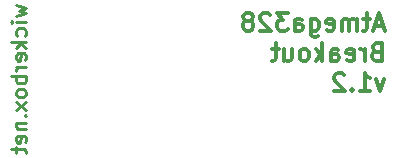
<source format=gbo>
%TF.GenerationSoftware,KiCad,Pcbnew,4.0.4+e1-6308~48~ubuntu16.04.1-stable*%
%TF.CreationDate,2016-12-31T15:20:46-08:00*%
%TF.ProjectId,atmega328,61746D6567613332382E6B696361645F,1.2*%
%TF.FileFunction,Legend,Bot*%
%FSLAX46Y46*%
G04 Gerber Fmt 4.6, Leading zero omitted, Abs format (unit mm)*
G04 Created by KiCad (PCBNEW 4.0.4+e1-6308~48~ubuntu16.04.1-stable) date Sat Dec 31 15:20:46 2016*
%MOMM*%
%LPD*%
G01*
G04 APERTURE LIST*
%ADD10C,0.350000*%
%ADD11C,0.254000*%
%ADD12C,0.300000*%
G04 APERTURE END LIST*
D10*
D11*
X106979357Y-88703454D02*
X107826024Y-88945358D01*
X107221262Y-89187263D01*
X107826024Y-89429168D01*
X106979357Y-89671073D01*
X107826024Y-90154882D02*
X106979357Y-90154882D01*
X106556024Y-90154882D02*
X106616500Y-90094406D01*
X106676976Y-90154882D01*
X106616500Y-90215358D01*
X106556024Y-90154882D01*
X106676976Y-90154882D01*
X107765548Y-91303930D02*
X107826024Y-91182977D01*
X107826024Y-90941073D01*
X107765548Y-90820120D01*
X107705071Y-90759644D01*
X107584119Y-90699168D01*
X107221262Y-90699168D01*
X107100310Y-90759644D01*
X107039833Y-90820120D01*
X106979357Y-90941073D01*
X106979357Y-91182977D01*
X107039833Y-91303930D01*
X107826024Y-91848215D02*
X106556024Y-91848215D01*
X107342214Y-91969167D02*
X107826024Y-92332024D01*
X106979357Y-92332024D02*
X107463167Y-91848215D01*
X107765548Y-93360119D02*
X107826024Y-93239167D01*
X107826024Y-92997262D01*
X107765548Y-92876310D01*
X107644595Y-92815834D01*
X107160786Y-92815834D01*
X107039833Y-92876310D01*
X106979357Y-92997262D01*
X106979357Y-93239167D01*
X107039833Y-93360119D01*
X107160786Y-93420596D01*
X107281738Y-93420596D01*
X107402690Y-92815834D01*
X107826024Y-93964881D02*
X106979357Y-93964881D01*
X107221262Y-93964881D02*
X107100310Y-94025357D01*
X107039833Y-94085833D01*
X106979357Y-94206786D01*
X106979357Y-94327738D01*
X107826024Y-94751071D02*
X106556024Y-94751071D01*
X107039833Y-94751071D02*
X106979357Y-94872023D01*
X106979357Y-95113928D01*
X107039833Y-95234880D01*
X107100310Y-95295357D01*
X107221262Y-95355833D01*
X107584119Y-95355833D01*
X107705071Y-95295357D01*
X107765548Y-95234880D01*
X107826024Y-95113928D01*
X107826024Y-94872023D01*
X107765548Y-94751071D01*
X107826024Y-96081548D02*
X107765548Y-95960595D01*
X107705071Y-95900119D01*
X107584119Y-95839643D01*
X107221262Y-95839643D01*
X107100310Y-95900119D01*
X107039833Y-95960595D01*
X106979357Y-96081548D01*
X106979357Y-96262976D01*
X107039833Y-96383928D01*
X107100310Y-96444405D01*
X107221262Y-96504881D01*
X107584119Y-96504881D01*
X107705071Y-96444405D01*
X107765548Y-96383928D01*
X107826024Y-96262976D01*
X107826024Y-96081548D01*
X107826024Y-96928215D02*
X106979357Y-97593453D01*
X106979357Y-96928215D02*
X107826024Y-97593453D01*
X107705071Y-98077262D02*
X107765548Y-98137738D01*
X107826024Y-98077262D01*
X107765548Y-98016786D01*
X107705071Y-98077262D01*
X107826024Y-98077262D01*
X106979357Y-98682024D02*
X107826024Y-98682024D01*
X107100310Y-98682024D02*
X107039833Y-98742500D01*
X106979357Y-98863453D01*
X106979357Y-99044881D01*
X107039833Y-99165833D01*
X107160786Y-99226310D01*
X107826024Y-99226310D01*
X107765548Y-100314881D02*
X107826024Y-100193929D01*
X107826024Y-99952024D01*
X107765548Y-99831072D01*
X107644595Y-99770596D01*
X107160786Y-99770596D01*
X107039833Y-99831072D01*
X106979357Y-99952024D01*
X106979357Y-100193929D01*
X107039833Y-100314881D01*
X107160786Y-100375358D01*
X107281738Y-100375358D01*
X107402690Y-99770596D01*
X106979357Y-100738214D02*
X106979357Y-101222024D01*
X106556024Y-100919643D02*
X107644595Y-100919643D01*
X107765548Y-100980119D01*
X107826024Y-101101072D01*
X107826024Y-101222024D01*
D12*
X138068086Y-90460800D02*
X137353800Y-90460800D01*
X138210943Y-90889371D02*
X137710943Y-89389371D01*
X137210943Y-90889371D01*
X136925229Y-89889371D02*
X136353800Y-89889371D01*
X136710943Y-89389371D02*
X136710943Y-90675086D01*
X136639515Y-90817943D01*
X136496657Y-90889371D01*
X136353800Y-90889371D01*
X135853800Y-90889371D02*
X135853800Y-89889371D01*
X135853800Y-90032229D02*
X135782372Y-89960800D01*
X135639514Y-89889371D01*
X135425229Y-89889371D01*
X135282372Y-89960800D01*
X135210943Y-90103657D01*
X135210943Y-90889371D01*
X135210943Y-90103657D02*
X135139514Y-89960800D01*
X134996657Y-89889371D01*
X134782372Y-89889371D01*
X134639514Y-89960800D01*
X134568086Y-90103657D01*
X134568086Y-90889371D01*
X133282372Y-90817943D02*
X133425229Y-90889371D01*
X133710943Y-90889371D01*
X133853800Y-90817943D01*
X133925229Y-90675086D01*
X133925229Y-90103657D01*
X133853800Y-89960800D01*
X133710943Y-89889371D01*
X133425229Y-89889371D01*
X133282372Y-89960800D01*
X133210943Y-90103657D01*
X133210943Y-90246514D01*
X133925229Y-90389371D01*
X131925229Y-89889371D02*
X131925229Y-91103657D01*
X131996658Y-91246514D01*
X132068086Y-91317943D01*
X132210943Y-91389371D01*
X132425229Y-91389371D01*
X132568086Y-91317943D01*
X131925229Y-90817943D02*
X132068086Y-90889371D01*
X132353800Y-90889371D01*
X132496658Y-90817943D01*
X132568086Y-90746514D01*
X132639515Y-90603657D01*
X132639515Y-90175086D01*
X132568086Y-90032229D01*
X132496658Y-89960800D01*
X132353800Y-89889371D01*
X132068086Y-89889371D01*
X131925229Y-89960800D01*
X130568086Y-90889371D02*
X130568086Y-90103657D01*
X130639515Y-89960800D01*
X130782372Y-89889371D01*
X131068086Y-89889371D01*
X131210943Y-89960800D01*
X130568086Y-90817943D02*
X130710943Y-90889371D01*
X131068086Y-90889371D01*
X131210943Y-90817943D01*
X131282372Y-90675086D01*
X131282372Y-90532229D01*
X131210943Y-90389371D01*
X131068086Y-90317943D01*
X130710943Y-90317943D01*
X130568086Y-90246514D01*
X129996657Y-89389371D02*
X129068086Y-89389371D01*
X129568086Y-89960800D01*
X129353800Y-89960800D01*
X129210943Y-90032229D01*
X129139514Y-90103657D01*
X129068086Y-90246514D01*
X129068086Y-90603657D01*
X129139514Y-90746514D01*
X129210943Y-90817943D01*
X129353800Y-90889371D01*
X129782372Y-90889371D01*
X129925229Y-90817943D01*
X129996657Y-90746514D01*
X128496658Y-89532229D02*
X128425229Y-89460800D01*
X128282372Y-89389371D01*
X127925229Y-89389371D01*
X127782372Y-89460800D01*
X127710943Y-89532229D01*
X127639515Y-89675086D01*
X127639515Y-89817943D01*
X127710943Y-90032229D01*
X128568086Y-90889371D01*
X127639515Y-90889371D01*
X126782372Y-90032229D02*
X126925230Y-89960800D01*
X126996658Y-89889371D01*
X127068087Y-89746514D01*
X127068087Y-89675086D01*
X126996658Y-89532229D01*
X126925230Y-89460800D01*
X126782372Y-89389371D01*
X126496658Y-89389371D01*
X126353801Y-89460800D01*
X126282372Y-89532229D01*
X126210944Y-89675086D01*
X126210944Y-89746514D01*
X126282372Y-89889371D01*
X126353801Y-89960800D01*
X126496658Y-90032229D01*
X126782372Y-90032229D01*
X126925230Y-90103657D01*
X126996658Y-90175086D01*
X127068087Y-90317943D01*
X127068087Y-90603657D01*
X126996658Y-90746514D01*
X126925230Y-90817943D01*
X126782372Y-90889371D01*
X126496658Y-90889371D01*
X126353801Y-90817943D01*
X126282372Y-90746514D01*
X126210944Y-90603657D01*
X126210944Y-90317943D01*
X126282372Y-90175086D01*
X126353801Y-90103657D01*
X126496658Y-90032229D01*
X137496657Y-92653657D02*
X137282371Y-92725086D01*
X137210943Y-92796514D01*
X137139514Y-92939371D01*
X137139514Y-93153657D01*
X137210943Y-93296514D01*
X137282371Y-93367943D01*
X137425229Y-93439371D01*
X137996657Y-93439371D01*
X137996657Y-91939371D01*
X137496657Y-91939371D01*
X137353800Y-92010800D01*
X137282371Y-92082229D01*
X137210943Y-92225086D01*
X137210943Y-92367943D01*
X137282371Y-92510800D01*
X137353800Y-92582229D01*
X137496657Y-92653657D01*
X137996657Y-92653657D01*
X136496657Y-93439371D02*
X136496657Y-92439371D01*
X136496657Y-92725086D02*
X136425229Y-92582229D01*
X136353800Y-92510800D01*
X136210943Y-92439371D01*
X136068086Y-92439371D01*
X134996658Y-93367943D02*
X135139515Y-93439371D01*
X135425229Y-93439371D01*
X135568086Y-93367943D01*
X135639515Y-93225086D01*
X135639515Y-92653657D01*
X135568086Y-92510800D01*
X135425229Y-92439371D01*
X135139515Y-92439371D01*
X134996658Y-92510800D01*
X134925229Y-92653657D01*
X134925229Y-92796514D01*
X135639515Y-92939371D01*
X133639515Y-93439371D02*
X133639515Y-92653657D01*
X133710944Y-92510800D01*
X133853801Y-92439371D01*
X134139515Y-92439371D01*
X134282372Y-92510800D01*
X133639515Y-93367943D02*
X133782372Y-93439371D01*
X134139515Y-93439371D01*
X134282372Y-93367943D01*
X134353801Y-93225086D01*
X134353801Y-93082229D01*
X134282372Y-92939371D01*
X134139515Y-92867943D01*
X133782372Y-92867943D01*
X133639515Y-92796514D01*
X132925229Y-93439371D02*
X132925229Y-91939371D01*
X132782372Y-92867943D02*
X132353801Y-93439371D01*
X132353801Y-92439371D02*
X132925229Y-93010800D01*
X131496657Y-93439371D02*
X131639515Y-93367943D01*
X131710943Y-93296514D01*
X131782372Y-93153657D01*
X131782372Y-92725086D01*
X131710943Y-92582229D01*
X131639515Y-92510800D01*
X131496657Y-92439371D01*
X131282372Y-92439371D01*
X131139515Y-92510800D01*
X131068086Y-92582229D01*
X130996657Y-92725086D01*
X130996657Y-93153657D01*
X131068086Y-93296514D01*
X131139515Y-93367943D01*
X131282372Y-93439371D01*
X131496657Y-93439371D01*
X129710943Y-92439371D02*
X129710943Y-93439371D01*
X130353800Y-92439371D02*
X130353800Y-93225086D01*
X130282372Y-93367943D01*
X130139514Y-93439371D01*
X129925229Y-93439371D01*
X129782372Y-93367943D01*
X129710943Y-93296514D01*
X129210943Y-92439371D02*
X128639514Y-92439371D01*
X128996657Y-91939371D02*
X128996657Y-93225086D01*
X128925229Y-93367943D01*
X128782371Y-93439371D01*
X128639514Y-93439371D01*
X138139514Y-94989371D02*
X137782371Y-95989371D01*
X137425229Y-94989371D01*
X136068086Y-95989371D02*
X136925229Y-95989371D01*
X136496657Y-95989371D02*
X136496657Y-94489371D01*
X136639514Y-94703657D01*
X136782372Y-94846514D01*
X136925229Y-94917943D01*
X135425229Y-95846514D02*
X135353801Y-95917943D01*
X135425229Y-95989371D01*
X135496658Y-95917943D01*
X135425229Y-95846514D01*
X135425229Y-95989371D01*
X134782372Y-94632229D02*
X134710943Y-94560800D01*
X134568086Y-94489371D01*
X134210943Y-94489371D01*
X134068086Y-94560800D01*
X133996657Y-94632229D01*
X133925229Y-94775086D01*
X133925229Y-94917943D01*
X133996657Y-95132229D01*
X134853800Y-95989371D01*
X133925229Y-95989371D01*
M02*

</source>
